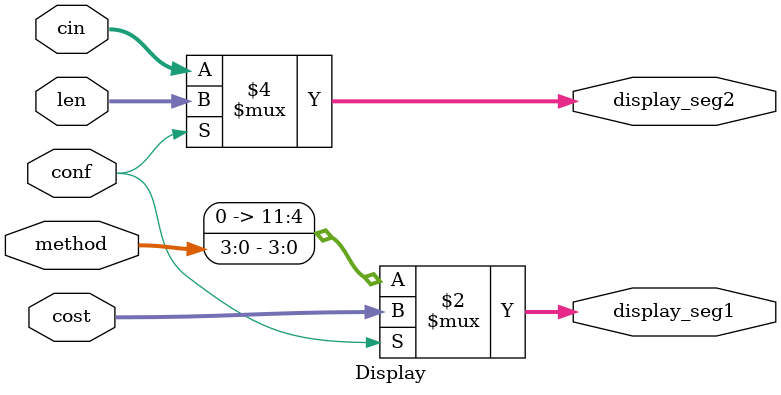
<source format=v>
module Display(method, conf, cin, len, cost, display_seg1, display_seg2);

input[3:0] 		method;
input			conf;
input[11:0] 	cin;
input[11:0]		cost, len;

output[11:0]	display_seg1;
output[11:0]	display_seg2;

assign display_seg1 = (!conf) ? {8'b00000000, method} : cost;
assign display_seg2 = (!conf) ? cin : len;

endmodule
</source>
